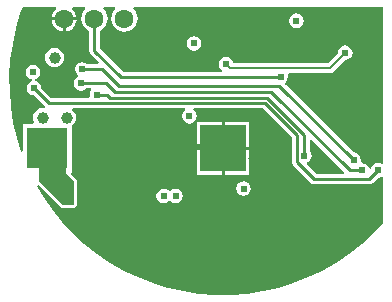
<source format=gbl>
G04*
G04 #@! TF.GenerationSoftware,Altium Limited,Altium Designer,25.4.2 (15)*
G04*
G04 Layer_Physical_Order=4*
G04 Layer_Color=417716*
%FSTAX24Y24*%
%MOIN*%
G70*
G04*
G04 #@! TF.SameCoordinates,37557B88-6B1A-46A0-B974-C7A84E2FC2EA*
G04*
G04*
G04 #@! TF.FilePolarity,Positive*
G04*
G01*
G75*
%ADD47C,0.0100*%
%ADD48C,0.0080*%
%ADD49C,0.0630*%
%ADD50C,0.0390*%
%ADD51C,0.0240*%
%ADD55R,0.1559X0.1559*%
%ADD56R,0.1382X0.1382*%
%ADD57C,0.0200*%
G36*
X020782Y018728D02*
X020769Y018718D01*
X020699Y018628D01*
X020655Y018522D01*
X02064Y018408D01*
X020655Y018295D01*
X020699Y018189D01*
X020769Y018098D01*
X02086Y018028D01*
X020906Y018009D01*
Y017346D01*
X020919Y01728D01*
X020956Y017224D01*
X021227Y016953D01*
X021204Y016898D01*
X02085D01*
X020771Y01695D01*
X020677Y016969D01*
X020584Y01695D01*
X020504Y016897D01*
X020451Y016818D01*
X020433Y016724D01*
X020451Y016631D01*
X020504Y016551D01*
X020521Y01654D01*
X020518Y01647D01*
X020465Y016435D01*
X020412Y016355D01*
X020393Y016262D01*
X020412Y016168D01*
X020465Y016089D01*
X020544Y016036D01*
X020638Y016017D01*
X020732Y016036D01*
X02081Y016088D01*
X020953D01*
X020981Y016028D01*
X020943Y015972D01*
X020925Y015878D01*
X020935Y015826D01*
X020889Y015766D01*
X019641D01*
X019307Y016099D01*
X019289Y016192D01*
X019236Y016272D01*
X019156Y016325D01*
X019107Y016335D01*
Y016396D01*
X019127Y0164D01*
X019207Y016453D01*
X01926Y016532D01*
X019278Y016626D01*
X01926Y01672D01*
X019207Y016799D01*
X019127Y016852D01*
X019034Y016871D01*
X01894Y016852D01*
X018861Y016799D01*
X018807Y01672D01*
X018789Y016626D01*
X018807Y016532D01*
X018861Y016453D01*
X01894Y0164D01*
X01899Y01639D01*
Y016329D01*
X018969Y016325D01*
X01889Y016272D01*
X018837Y016192D01*
X018818Y016099D01*
X018837Y016005D01*
X01889Y015926D01*
X018969Y015872D01*
X019062Y015854D01*
X019435Y015482D01*
X019415Y01543D01*
X01941Y015424D01*
X019352Y015432D01*
X01927Y015421D01*
X019193Y015389D01*
X019127Y015339D01*
X019077Y015273D01*
X019045Y015196D01*
X019034Y015114D01*
X019045Y015032D01*
X019071Y014969D01*
X019044Y014909D01*
X018705D01*
Y013989D01*
X018645Y013979D01*
X018504Y014422D01*
X018381Y014936D01*
X018297Y015459D01*
X018252Y015986D01*
X018246Y016516D01*
X01828Y017044D01*
X018352Y017568D01*
X018464Y018086D01*
X018613Y018594D01*
X018686Y018788D01*
X019794D01*
X019815Y018728D01*
X019783Y018704D01*
X019716Y018617D01*
X019675Y018517D01*
X019667Y018458D01*
X020079D01*
X020491D01*
X020483Y018517D01*
X020441Y018617D01*
X020375Y018704D01*
X020343Y018728D01*
X020364Y018788D01*
X020761D01*
X020782Y018728D01*
D02*
G37*
G36*
X03071Y013596D02*
X030657Y013567D01*
X030632Y013584D01*
X030538Y013603D01*
X030444Y013584D01*
X030365Y013531D01*
X030312Y013452D01*
X030303Y013406D01*
X030291Y013402D01*
X030222Y013439D01*
X03022Y013448D01*
X030167Y013527D01*
X030088Y01358D01*
X029999Y013598D01*
X029994Y0136D01*
X029953Y013652D01*
X029965Y01371D01*
X029946Y013804D01*
X029893Y013883D01*
X029814Y013936D01*
X029721Y013955D01*
X027447Y016228D01*
X027453Y016288D01*
X027464Y016295D01*
X027517Y016375D01*
X027536Y016468D01*
X027523Y016537D01*
X027561Y016597D01*
X028926D01*
X028989Y016609D01*
X029042Y016645D01*
X029431Y017034D01*
X029443Y017032D01*
X029537Y017051D01*
X029616Y017104D01*
X029669Y017183D01*
X029688Y017277D01*
X029669Y01737D01*
X029616Y01745D01*
X029537Y017503D01*
X029443Y017522D01*
X02935Y017503D01*
X02927Y01745D01*
X029217Y01737D01*
X029198Y017277D01*
X029201Y017265D01*
X028859Y016923D01*
X025711D01*
X025697Y016995D01*
X025644Y017074D01*
X025564Y017127D01*
X025471Y017146D01*
X025377Y017127D01*
X025298Y017074D01*
X025244Y016995D01*
X025226Y016901D01*
X025244Y016808D01*
X025298Y016728D01*
X025337Y016702D01*
X025319Y016642D01*
X022029D01*
X021252Y017418D01*
Y018009D01*
X021298Y018028D01*
X021389Y018098D01*
X021459Y018189D01*
X021503Y018295D01*
X021518Y018408D01*
X021503Y018522D01*
X021459Y018628D01*
X021389Y018718D01*
X021376Y018728D01*
X021396Y018788D01*
X021761D01*
X021782Y018728D01*
X021769Y018718D01*
X021699Y018628D01*
X021655Y018522D01*
X02164Y018408D01*
X021655Y018295D01*
X021699Y018189D01*
X021769Y018098D01*
X02186Y018028D01*
X021965Y017984D01*
X022079Y017969D01*
X022192Y017984D01*
X022298Y018028D01*
X022389Y018098D01*
X022459Y018189D01*
X022503Y018295D01*
X022518Y018408D01*
X022503Y018522D01*
X022459Y018628D01*
X022389Y018718D01*
X022376Y018728D01*
X022396Y018788D01*
X03071Y018788D01*
Y013596D01*
D02*
G37*
G36*
X027657Y014448D02*
Y01365D01*
X02767Y013584D01*
X027707Y013527D01*
X028287Y012947D01*
X028344Y01291D01*
X02841Y012897D01*
X03025D01*
X030316Y01291D01*
X030373Y012947D01*
X030539Y013114D01*
X030632Y013132D01*
X030657Y013149D01*
X03071Y013121D01*
Y011609D01*
X030384Y011262D01*
X029995Y010904D01*
X029579Y010576D01*
X029141Y010279D01*
X028681Y010016D01*
X028204Y009788D01*
X02771Y009596D01*
X027204Y009441D01*
X026688Y009324D01*
X026165Y009246D01*
X025637Y009207D01*
X025107D01*
X02458Y009246D01*
X024056Y009324D01*
X02354Y009441D01*
X023034Y009596D01*
X022541Y009788D01*
X022063Y010016D01*
X021604Y010279D01*
X021165Y010576D01*
X02075Y010904D01*
X02036Y011262D01*
X019997Y011648D01*
X019665Y012059D01*
X019364Y012495D01*
X019168Y012828D01*
X019216Y012865D01*
X019961Y01212D01*
X020001Y012094D01*
X020047Y012084D01*
X020362D01*
X020409Y012094D01*
X020449Y01212D01*
X020478Y01215D01*
X020505Y012189D01*
X020514Y012236D01*
Y012994D01*
X020505Y013041D01*
X020478Y013081D01*
X020311Y013248D01*
X020327Y013287D01*
X020327D01*
Y014851D01*
X020377Y014889D01*
X020427Y014955D01*
X020459Y015032D01*
X02047Y015114D01*
X020459Y015196D01*
X020427Y015273D01*
X020377Y015339D01*
X02035Y015359D01*
X020371Y015419D01*
X024093D01*
X024112Y015359D01*
X024073Y015333D01*
X02402Y015254D01*
X024001Y01516D01*
X02402Y015066D01*
X024073Y014987D01*
X024152Y014934D01*
X024246Y014915D01*
X024339Y014934D01*
X024419Y014987D01*
X024472Y015066D01*
X02449Y01516D01*
X024472Y015254D01*
X024419Y015333D01*
X02438Y015359D01*
X024398Y015419D01*
X026686D01*
X027657Y014448D01*
D02*
G37*
G36*
X029416Y013299D02*
X029393Y013243D01*
X028482D01*
X028157Y013568D01*
X028159Y013575D01*
X028181Y013629D01*
X028253Y013677D01*
X028306Y013756D01*
X028325Y01385D01*
X028306Y013944D01*
X028253Y014023D01*
Y014383D01*
X028309Y014406D01*
X029416Y013299D01*
D02*
G37*
G36*
X020146Y01324D02*
X020392Y012994D01*
Y012236D01*
X020362Y012207D01*
X020047D01*
X01925Y013004D01*
Y014146D01*
X019467Y014362D01*
X020146D01*
Y01324D01*
D02*
G37*
%LPC*%
G36*
X020029Y018358D02*
X019667D01*
X019675Y0183D01*
X019716Y018199D01*
X019783Y018112D01*
X01987Y018046D01*
X019971Y018004D01*
X020029Y017996D01*
Y018358D01*
D02*
G37*
G36*
X020491D02*
X020129D01*
Y017996D01*
X020187Y018004D01*
X020288Y018046D01*
X020375Y018112D01*
X020441Y018199D01*
X020483Y0183D01*
X020491Y018358D01*
D02*
G37*
G36*
X019752Y017432D02*
X01967Y017421D01*
X019593Y017389D01*
X019527Y017339D01*
X019477Y017273D01*
X019445Y017196D01*
X019434Y017114D01*
X019445Y017032D01*
X019477Y016955D01*
X019527Y016889D01*
X019593Y016839D01*
X01967Y016807D01*
X019752Y016796D01*
X019834Y016807D01*
X019911Y016839D01*
X019977Y016889D01*
X020027Y016955D01*
X020059Y017032D01*
X02007Y017114D01*
X020059Y017196D01*
X020027Y017273D01*
X019977Y017339D01*
X019911Y017389D01*
X019834Y017421D01*
X019752Y017432D01*
D02*
G37*
G36*
X027812Y018587D02*
X027718Y018568D01*
X027639Y018515D01*
X027586Y018436D01*
X027567Y018342D01*
X027586Y018248D01*
X027639Y018169D01*
X027718Y018116D01*
X027812Y018097D01*
X027906Y018116D01*
X027985Y018169D01*
X028038Y018248D01*
X028057Y018342D01*
X028038Y018436D01*
X027985Y018515D01*
X027906Y018568D01*
X027812Y018587D01*
D02*
G37*
G36*
X024396Y017835D02*
X024302Y017817D01*
X024223Y017764D01*
X02417Y017684D01*
X024151Y01759D01*
X02417Y017497D01*
X024223Y017417D01*
X024302Y017364D01*
X024396Y017346D01*
X02449Y017364D01*
X024569Y017417D01*
X024622Y017497D01*
X024641Y01759D01*
X024622Y017684D01*
X024569Y017764D01*
X02449Y017817D01*
X024396Y017835D01*
D02*
G37*
G36*
X02625Y014976D02*
X02542D01*
Y014146D01*
X02625D01*
Y014976D01*
D02*
G37*
G36*
X02532D02*
X02449D01*
Y014146D01*
X02532D01*
Y014976D01*
D02*
G37*
G36*
X02625Y014046D02*
X02542D01*
Y013217D01*
X02625D01*
Y014046D01*
D02*
G37*
G36*
X02532D02*
X02449D01*
Y013217D01*
X02532D01*
Y014046D01*
D02*
G37*
G36*
X023787Y012747D02*
X023694Y012728D01*
X023631Y012686D01*
X023591Y012679D01*
X02355Y012686D01*
X023487Y012728D01*
X023394Y012747D01*
X0233Y012728D01*
X023221Y012675D01*
X023168Y012596D01*
X023149Y012502D01*
X023168Y012408D01*
X023221Y012329D01*
X0233Y012276D01*
X023394Y012257D01*
X023487Y012276D01*
X02355Y012318D01*
X023591Y012325D01*
X023631Y012318D01*
X023694Y012276D01*
X023787Y012257D01*
X023881Y012276D01*
X023961Y012329D01*
X024014Y012408D01*
X024032Y012502D01*
X024014Y012596D01*
X023961Y012675D01*
X023881Y012728D01*
X023787Y012747D01*
D02*
G37*
G36*
X026051Y012993D02*
X025958Y012974D01*
X025878Y012921D01*
X025825Y012842D01*
X025807Y012748D01*
X025825Y012654D01*
X025878Y012575D01*
X025958Y012522D01*
X026051Y012503D01*
X026145Y012522D01*
X026224Y012575D01*
X026277Y012654D01*
X026296Y012748D01*
X026277Y012842D01*
X026224Y012921D01*
X026145Y012974D01*
X026051Y012993D01*
D02*
G37*
%LPD*%
D47*
X021957Y016468D02*
X027291D01*
X021079Y017346D02*
X021957Y016468D01*
X021079Y017346D02*
Y018408D01*
X021888Y016183D02*
X027247D01*
X021347Y016724D02*
X021888Y016183D01*
X020677Y016724D02*
X021347D01*
X027247Y016183D02*
X02972Y01371D01*
X02176Y015976D02*
X026984D01*
X021474Y016262D02*
X02176Y015976D01*
X020638Y016262D02*
X021474D01*
X021494Y015878D02*
X021593Y015779D01*
X021169Y015878D02*
X021494D01*
X021593Y015779D02*
X026821D01*
X026984Y015976D02*
X029606Y013354D01*
X026821Y015779D02*
X02808Y01452D01*
X026758Y015592D02*
X02783Y01452D01*
X019569Y015592D02*
X026758D01*
X019063Y016099D02*
X019569Y015592D01*
X029606Y013354D02*
X029994D01*
X02808Y01385D02*
Y01452D01*
X02783Y01365D02*
Y01452D01*
Y01365D02*
X02841Y01307D01*
X03025D01*
X030538Y013358D01*
D48*
X02624Y01377D02*
X02674D01*
X028926Y01676D02*
X029443Y017277D01*
X025612Y01676D02*
X028926D01*
X025471Y016901D02*
X025612Y01676D01*
D49*
X022079Y018408D02*
D03*
X021079D02*
D03*
X020079D02*
D03*
D50*
X019352Y015114D02*
D03*
X020152D02*
D03*
X019752Y017114D02*
D03*
D51*
X023551Y016951D02*
D03*
X027291Y016468D02*
D03*
X021169Y015878D02*
D03*
X019034Y016626D02*
D03*
X020677Y016724D02*
D03*
X020638Y016262D02*
D03*
X019063Y016099D02*
D03*
X01912Y015614D02*
D03*
X02972Y01371D02*
D03*
X030538Y013358D02*
D03*
X02674Y01377D02*
D03*
X03045Y01806D02*
D03*
X028063Y01727D02*
D03*
X027812Y018342D02*
D03*
X026454Y017554D02*
D03*
X02477Y01859D02*
D03*
X024246Y01516D02*
D03*
X0236Y01462D02*
D03*
X02359Y01357D02*
D03*
X02594Y01516D02*
D03*
X026388Y01456D02*
D03*
X02433Y01413D02*
D03*
X029994Y013354D02*
D03*
X02808Y01385D02*
D03*
X030302Y01276D02*
D03*
X029443Y017277D02*
D03*
X020018Y013033D02*
D03*
X020028Y012689D02*
D03*
X020254Y012384D02*
D03*
X023394Y012502D02*
D03*
X023787D02*
D03*
X021179Y015238D02*
D03*
X018886Y018526D02*
D03*
X018512Y016321D02*
D03*
X01861Y0151D02*
D03*
X02235Y017581D02*
D03*
X023345Y018122D02*
D03*
X023814Y018447D02*
D03*
X030323Y011527D02*
D03*
X025392Y012148D02*
D03*
X020677Y014008D02*
D03*
X022606Y014246D02*
D03*
X023295Y015337D02*
D03*
X020973Y013024D02*
D03*
X021819Y013516D02*
D03*
X022833Y011075D02*
D03*
X021524Y011085D02*
D03*
X02301Y010041D02*
D03*
X024969Y009579D02*
D03*
X02676Y009687D02*
D03*
X028364Y010258D02*
D03*
X029201Y01259D02*
D03*
X028974Y013516D02*
D03*
X028048Y011695D02*
D03*
X026602Y011439D02*
D03*
X024191Y011449D02*
D03*
X024791Y012699D02*
D03*
X02673Y012777D02*
D03*
X02738Y017197D02*
D03*
X030323Y017148D02*
D03*
X030343Y015848D02*
D03*
Y015012D02*
D03*
X028463Y015819D02*
D03*
X027931Y016429D02*
D03*
X02926Y014864D02*
D03*
X030028Y018388D02*
D03*
X025667Y018555D02*
D03*
X026356Y017128D02*
D03*
X024396Y01759D02*
D03*
X026051Y012748D02*
D03*
X025471Y016901D02*
D03*
D55*
X02537Y014096D02*
D03*
D56*
X019516Y014098D02*
D03*
D57*
X025336Y01413D02*
X02537Y014096D01*
X02433Y01413D02*
X025336D01*
M02*

</source>
